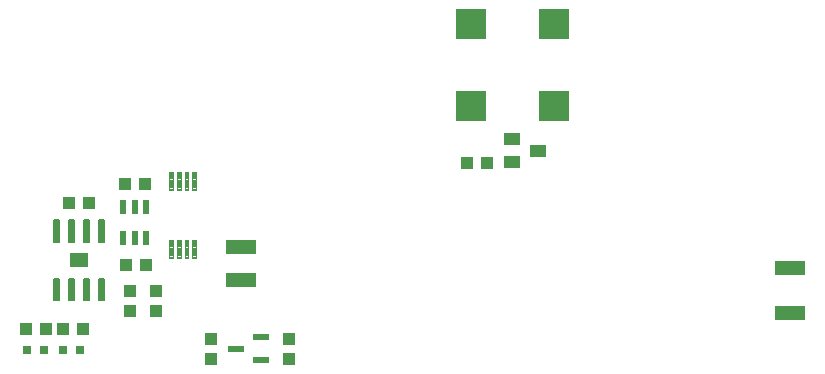
<source format=gbr>
G04 EAGLE Gerber RS-274X export*
G75*
%MOMM*%
%FSLAX34Y34*%
%LPD*%
%INSolderpaste Bottom*%
%IPPOS*%
%AMOC8*
5,1,8,0,0,1.08239X$1,22.5*%
G01*
%ADD10R,1.100000X1.000000*%
%ADD11R,1.000000X1.100000*%
%ADD12R,0.550000X1.200000*%
%ADD13R,0.800000X0.800000*%
%ADD14R,2.500000X2.500000*%
%ADD15R,2.540000X1.270000*%
%ADD16C,0.100000*%
%ADD17R,1.400000X1.000000*%
%ADD18R,1.320800X0.558800*%
%ADD19R,1.320800X0.508000*%
%ADD20R,1.640000X1.290000*%
%ADD21C,0.150000*%


D10*
X-243450Y106680D03*
X-226450Y106680D03*
D11*
X-218440Y67700D03*
X-218440Y84700D03*
X-105410Y27060D03*
X-105410Y44060D03*
X-171450Y44060D03*
X-171450Y27060D03*
D12*
X-245720Y155240D03*
X-236220Y155240D03*
X-226720Y155240D03*
X-226720Y129240D03*
X-245720Y129240D03*
X-236220Y129240D03*
D13*
X-327540Y34290D03*
X-312540Y34290D03*
X-297060Y34290D03*
X-282060Y34290D03*
D14*
X118820Y240590D03*
X48820Y240590D03*
X118820Y310590D03*
X48820Y310590D03*
D15*
X-146050Y121920D03*
X-146050Y93980D03*
D16*
X-184330Y112490D02*
X-184330Y127090D01*
X-184330Y112490D02*
X-187330Y112490D01*
X-187330Y127090D01*
X-184330Y127090D01*
X-184330Y113440D02*
X-187330Y113440D01*
X-187330Y114390D02*
X-184330Y114390D01*
X-184330Y115340D02*
X-187330Y115340D01*
X-187330Y116290D02*
X-184330Y116290D01*
X-184330Y117240D02*
X-187330Y117240D01*
X-187330Y118190D02*
X-184330Y118190D01*
X-184330Y119140D02*
X-187330Y119140D01*
X-187330Y120090D02*
X-184330Y120090D01*
X-184330Y121040D02*
X-187330Y121040D01*
X-187330Y121990D02*
X-184330Y121990D01*
X-184330Y122940D02*
X-187330Y122940D01*
X-187330Y123890D02*
X-184330Y123890D01*
X-184330Y124840D02*
X-187330Y124840D01*
X-187330Y125790D02*
X-184330Y125790D01*
X-184330Y126740D02*
X-187330Y126740D01*
X-190830Y127090D02*
X-190830Y112490D01*
X-193830Y112490D01*
X-193830Y127090D01*
X-190830Y127090D01*
X-190830Y113440D02*
X-193830Y113440D01*
X-193830Y114390D02*
X-190830Y114390D01*
X-190830Y115340D02*
X-193830Y115340D01*
X-193830Y116290D02*
X-190830Y116290D01*
X-190830Y117240D02*
X-193830Y117240D01*
X-193830Y118190D02*
X-190830Y118190D01*
X-190830Y119140D02*
X-193830Y119140D01*
X-193830Y120090D02*
X-190830Y120090D01*
X-190830Y121040D02*
X-193830Y121040D01*
X-193830Y121990D02*
X-190830Y121990D01*
X-190830Y122940D02*
X-193830Y122940D01*
X-193830Y123890D02*
X-190830Y123890D01*
X-190830Y124840D02*
X-193830Y124840D01*
X-193830Y125790D02*
X-190830Y125790D01*
X-190830Y126740D02*
X-193830Y126740D01*
X-197330Y127090D02*
X-197330Y112490D01*
X-200330Y112490D01*
X-200330Y127090D01*
X-197330Y127090D01*
X-197330Y113440D02*
X-200330Y113440D01*
X-200330Y114390D02*
X-197330Y114390D01*
X-197330Y115340D02*
X-200330Y115340D01*
X-200330Y116290D02*
X-197330Y116290D01*
X-197330Y117240D02*
X-200330Y117240D01*
X-200330Y118190D02*
X-197330Y118190D01*
X-197330Y119140D02*
X-200330Y119140D01*
X-200330Y120090D02*
X-197330Y120090D01*
X-197330Y121040D02*
X-200330Y121040D01*
X-200330Y121990D02*
X-197330Y121990D01*
X-197330Y122940D02*
X-200330Y122940D01*
X-200330Y123890D02*
X-197330Y123890D01*
X-197330Y124840D02*
X-200330Y124840D01*
X-200330Y125790D02*
X-197330Y125790D01*
X-197330Y126740D02*
X-200330Y126740D01*
X-203830Y127090D02*
X-203830Y112490D01*
X-206830Y112490D01*
X-206830Y127090D01*
X-203830Y127090D01*
X-203830Y113440D02*
X-206830Y113440D01*
X-206830Y114390D02*
X-203830Y114390D01*
X-203830Y115340D02*
X-206830Y115340D01*
X-206830Y116290D02*
X-203830Y116290D01*
X-203830Y117240D02*
X-206830Y117240D01*
X-206830Y118190D02*
X-203830Y118190D01*
X-203830Y119140D02*
X-206830Y119140D01*
X-206830Y120090D02*
X-203830Y120090D01*
X-203830Y121040D02*
X-206830Y121040D01*
X-206830Y121990D02*
X-203830Y121990D01*
X-203830Y122940D02*
X-206830Y122940D01*
X-206830Y123890D02*
X-203830Y123890D01*
X-203830Y124840D02*
X-206830Y124840D01*
X-206830Y125790D02*
X-203830Y125790D01*
X-203830Y126740D02*
X-206830Y126740D01*
X-203830Y170090D02*
X-203830Y184690D01*
X-203830Y170090D02*
X-206830Y170090D01*
X-206830Y184690D01*
X-203830Y184690D01*
X-203830Y171040D02*
X-206830Y171040D01*
X-206830Y171990D02*
X-203830Y171990D01*
X-203830Y172940D02*
X-206830Y172940D01*
X-206830Y173890D02*
X-203830Y173890D01*
X-203830Y174840D02*
X-206830Y174840D01*
X-206830Y175790D02*
X-203830Y175790D01*
X-203830Y176740D02*
X-206830Y176740D01*
X-206830Y177690D02*
X-203830Y177690D01*
X-203830Y178640D02*
X-206830Y178640D01*
X-206830Y179590D02*
X-203830Y179590D01*
X-203830Y180540D02*
X-206830Y180540D01*
X-206830Y181490D02*
X-203830Y181490D01*
X-203830Y182440D02*
X-206830Y182440D01*
X-206830Y183390D02*
X-203830Y183390D01*
X-203830Y184340D02*
X-206830Y184340D01*
X-197330Y184690D02*
X-197330Y170090D01*
X-200330Y170090D01*
X-200330Y184690D01*
X-197330Y184690D01*
X-197330Y171040D02*
X-200330Y171040D01*
X-200330Y171990D02*
X-197330Y171990D01*
X-197330Y172940D02*
X-200330Y172940D01*
X-200330Y173890D02*
X-197330Y173890D01*
X-197330Y174840D02*
X-200330Y174840D01*
X-200330Y175790D02*
X-197330Y175790D01*
X-197330Y176740D02*
X-200330Y176740D01*
X-200330Y177690D02*
X-197330Y177690D01*
X-197330Y178640D02*
X-200330Y178640D01*
X-200330Y179590D02*
X-197330Y179590D01*
X-197330Y180540D02*
X-200330Y180540D01*
X-200330Y181490D02*
X-197330Y181490D01*
X-197330Y182440D02*
X-200330Y182440D01*
X-200330Y183390D02*
X-197330Y183390D01*
X-197330Y184340D02*
X-200330Y184340D01*
X-190830Y184690D02*
X-190830Y170090D01*
X-193830Y170090D01*
X-193830Y184690D01*
X-190830Y184690D01*
X-190830Y171040D02*
X-193830Y171040D01*
X-193830Y171990D02*
X-190830Y171990D01*
X-190830Y172940D02*
X-193830Y172940D01*
X-193830Y173890D02*
X-190830Y173890D01*
X-190830Y174840D02*
X-193830Y174840D01*
X-193830Y175790D02*
X-190830Y175790D01*
X-190830Y176740D02*
X-193830Y176740D01*
X-193830Y177690D02*
X-190830Y177690D01*
X-190830Y178640D02*
X-193830Y178640D01*
X-193830Y179590D02*
X-190830Y179590D01*
X-190830Y180540D02*
X-193830Y180540D01*
X-193830Y181490D02*
X-190830Y181490D01*
X-190830Y182440D02*
X-193830Y182440D01*
X-193830Y183390D02*
X-190830Y183390D01*
X-190830Y184340D02*
X-193830Y184340D01*
X-184330Y184690D02*
X-184330Y170090D01*
X-187330Y170090D01*
X-187330Y184690D01*
X-184330Y184690D01*
X-184330Y171040D02*
X-187330Y171040D01*
X-187330Y171990D02*
X-184330Y171990D01*
X-184330Y172940D02*
X-187330Y172940D01*
X-187330Y173890D02*
X-184330Y173890D01*
X-184330Y174840D02*
X-187330Y174840D01*
X-187330Y175790D02*
X-184330Y175790D01*
X-184330Y176740D02*
X-187330Y176740D01*
X-187330Y177690D02*
X-184330Y177690D01*
X-184330Y178640D02*
X-187330Y178640D01*
X-187330Y179590D02*
X-184330Y179590D01*
X-184330Y180540D02*
X-187330Y180540D01*
X-187330Y181490D02*
X-184330Y181490D01*
X-184330Y182440D02*
X-187330Y182440D01*
X-187330Y183390D02*
X-184330Y183390D01*
X-184330Y184340D02*
X-187330Y184340D01*
D11*
X-311540Y52070D03*
X-328540Y52070D03*
X-227720Y175260D03*
X-244720Y175260D03*
D10*
X-240030Y67700D03*
X-240030Y84700D03*
D11*
X-279790Y52070D03*
X-296790Y52070D03*
X44840Y193040D03*
X61840Y193040D03*
X-274710Y158750D03*
X-291710Y158750D03*
D17*
X82980Y193700D03*
X104980Y203200D03*
X82980Y212700D03*
D18*
X-128778Y44958D03*
X-128778Y26162D03*
D19*
X-150622Y35560D03*
D20*
X-283210Y110490D03*
D21*
X-304510Y126140D02*
X-304510Y144340D01*
X-300010Y144340D01*
X-300010Y126140D01*
X-304510Y126140D01*
X-304510Y127565D02*
X-300010Y127565D01*
X-300010Y128990D02*
X-304510Y128990D01*
X-304510Y130415D02*
X-300010Y130415D01*
X-300010Y131840D02*
X-304510Y131840D01*
X-304510Y133265D02*
X-300010Y133265D01*
X-300010Y134690D02*
X-304510Y134690D01*
X-304510Y136115D02*
X-300010Y136115D01*
X-300010Y137540D02*
X-304510Y137540D01*
X-304510Y138965D02*
X-300010Y138965D01*
X-300010Y140390D02*
X-304510Y140390D01*
X-304510Y141815D02*
X-300010Y141815D01*
X-300010Y143240D02*
X-304510Y143240D01*
X-291810Y144340D02*
X-291810Y126140D01*
X-291810Y144340D02*
X-287310Y144340D01*
X-287310Y126140D01*
X-291810Y126140D01*
X-291810Y127565D02*
X-287310Y127565D01*
X-287310Y128990D02*
X-291810Y128990D01*
X-291810Y130415D02*
X-287310Y130415D01*
X-287310Y131840D02*
X-291810Y131840D01*
X-291810Y133265D02*
X-287310Y133265D01*
X-287310Y134690D02*
X-291810Y134690D01*
X-291810Y136115D02*
X-287310Y136115D01*
X-287310Y137540D02*
X-291810Y137540D01*
X-291810Y138965D02*
X-287310Y138965D01*
X-287310Y140390D02*
X-291810Y140390D01*
X-291810Y141815D02*
X-287310Y141815D01*
X-287310Y143240D02*
X-291810Y143240D01*
X-279110Y144340D02*
X-279110Y126140D01*
X-279110Y144340D02*
X-274610Y144340D01*
X-274610Y126140D01*
X-279110Y126140D01*
X-279110Y127565D02*
X-274610Y127565D01*
X-274610Y128990D02*
X-279110Y128990D01*
X-279110Y130415D02*
X-274610Y130415D01*
X-274610Y131840D02*
X-279110Y131840D01*
X-279110Y133265D02*
X-274610Y133265D01*
X-274610Y134690D02*
X-279110Y134690D01*
X-279110Y136115D02*
X-274610Y136115D01*
X-274610Y137540D02*
X-279110Y137540D01*
X-279110Y138965D02*
X-274610Y138965D01*
X-274610Y140390D02*
X-279110Y140390D01*
X-279110Y141815D02*
X-274610Y141815D01*
X-274610Y143240D02*
X-279110Y143240D01*
X-266410Y144340D02*
X-266410Y126140D01*
X-266410Y144340D02*
X-261910Y144340D01*
X-261910Y126140D01*
X-266410Y126140D01*
X-266410Y127565D02*
X-261910Y127565D01*
X-261910Y128990D02*
X-266410Y128990D01*
X-266410Y130415D02*
X-261910Y130415D01*
X-261910Y131840D02*
X-266410Y131840D01*
X-266410Y133265D02*
X-261910Y133265D01*
X-261910Y134690D02*
X-266410Y134690D01*
X-266410Y136115D02*
X-261910Y136115D01*
X-261910Y137540D02*
X-266410Y137540D01*
X-266410Y138965D02*
X-261910Y138965D01*
X-261910Y140390D02*
X-266410Y140390D01*
X-266410Y141815D02*
X-261910Y141815D01*
X-261910Y143240D02*
X-266410Y143240D01*
X-266410Y94840D02*
X-266410Y76640D01*
X-266410Y94840D02*
X-261910Y94840D01*
X-261910Y76640D01*
X-266410Y76640D01*
X-266410Y78065D02*
X-261910Y78065D01*
X-261910Y79490D02*
X-266410Y79490D01*
X-266410Y80915D02*
X-261910Y80915D01*
X-261910Y82340D02*
X-266410Y82340D01*
X-266410Y83765D02*
X-261910Y83765D01*
X-261910Y85190D02*
X-266410Y85190D01*
X-266410Y86615D02*
X-261910Y86615D01*
X-261910Y88040D02*
X-266410Y88040D01*
X-266410Y89465D02*
X-261910Y89465D01*
X-261910Y90890D02*
X-266410Y90890D01*
X-266410Y92315D02*
X-261910Y92315D01*
X-261910Y93740D02*
X-266410Y93740D01*
X-279110Y94840D02*
X-279110Y76640D01*
X-279110Y94840D02*
X-274610Y94840D01*
X-274610Y76640D01*
X-279110Y76640D01*
X-279110Y78065D02*
X-274610Y78065D01*
X-274610Y79490D02*
X-279110Y79490D01*
X-279110Y80915D02*
X-274610Y80915D01*
X-274610Y82340D02*
X-279110Y82340D01*
X-279110Y83765D02*
X-274610Y83765D01*
X-274610Y85190D02*
X-279110Y85190D01*
X-279110Y86615D02*
X-274610Y86615D01*
X-274610Y88040D02*
X-279110Y88040D01*
X-279110Y89465D02*
X-274610Y89465D01*
X-274610Y90890D02*
X-279110Y90890D01*
X-279110Y92315D02*
X-274610Y92315D01*
X-274610Y93740D02*
X-279110Y93740D01*
X-291810Y94840D02*
X-291810Y76640D01*
X-291810Y94840D02*
X-287310Y94840D01*
X-287310Y76640D01*
X-291810Y76640D01*
X-291810Y78065D02*
X-287310Y78065D01*
X-287310Y79490D02*
X-291810Y79490D01*
X-291810Y80915D02*
X-287310Y80915D01*
X-287310Y82340D02*
X-291810Y82340D01*
X-291810Y83765D02*
X-287310Y83765D01*
X-287310Y85190D02*
X-291810Y85190D01*
X-291810Y86615D02*
X-287310Y86615D01*
X-287310Y88040D02*
X-291810Y88040D01*
X-291810Y89465D02*
X-287310Y89465D01*
X-287310Y90890D02*
X-291810Y90890D01*
X-291810Y92315D02*
X-287310Y92315D01*
X-287310Y93740D02*
X-291810Y93740D01*
X-304510Y94840D02*
X-304510Y76640D01*
X-304510Y94840D02*
X-300010Y94840D01*
X-300010Y76640D01*
X-304510Y76640D01*
X-304510Y78065D02*
X-300010Y78065D01*
X-300010Y79490D02*
X-304510Y79490D01*
X-304510Y80915D02*
X-300010Y80915D01*
X-300010Y82340D02*
X-304510Y82340D01*
X-304510Y83765D02*
X-300010Y83765D01*
X-300010Y85190D02*
X-304510Y85190D01*
X-304510Y86615D02*
X-300010Y86615D01*
X-300010Y88040D02*
X-304510Y88040D01*
X-304510Y89465D02*
X-300010Y89465D01*
X-300010Y90890D02*
X-304510Y90890D01*
X-304510Y92315D02*
X-300010Y92315D01*
X-300010Y93740D02*
X-304510Y93740D01*
D15*
X318770Y66040D03*
X318770Y104140D03*
M02*

</source>
